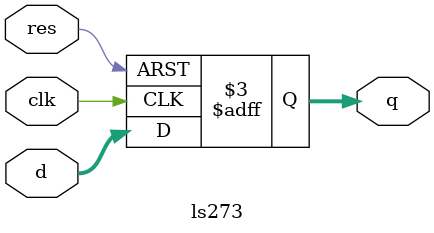
<source format=sv>

/*      _____________
      _|             |_
res  |_|1          20|_| VCC
      _|             |_                     
q(0) |_|2          19|_| q(7)
      _|             |_
d(0) |_|3          18|_| d(7)
      _|             |_
d(1) |_|4          17|_| d(6)
      _|             |_
q(1) |_|5          16|_| q(6)
      _|             |_
q(2) |_|6          15|_| q(5)
      _|             |_
d(2) |_|7          14|_| d(5)
      _|             |_
d(3) |_|8          13|_| d(4)
      _|             |_
q(3) |_|9          12|_| q(4)
      _|             |_
GND  |_|10         11|_| clk
       |_____________|
*/

module ls273
(
	input  [7:0] d,
	input        clk,
	input        res,
	output [7:0] q
);

always_ff @(posedge clk or negedge res) begin
	if(!res)
		q <= 8'h00;
	else
		q <= d;
end
	
endmodule

</source>
